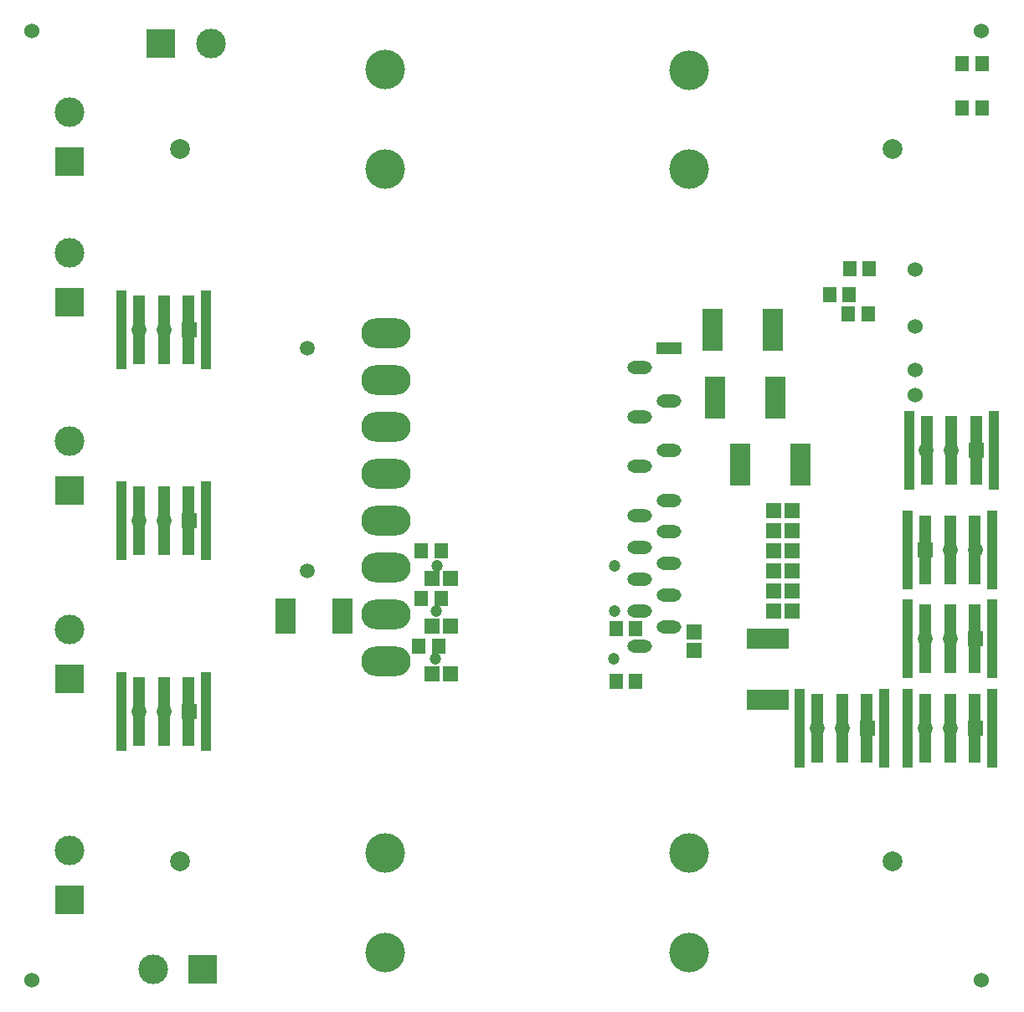
<source format=gbr>
G04 Layer_Color=255*
%FSLAX26Y26*%
%MOIN*%
%TF.FileFunction,Pads,Bot*%
%TF.Part,Single*%
G01*
G75*
%TA.AperFunction,SMDPad,CuDef*%
%ADD10R,0.062992X0.059055*%
%ADD11R,0.059055X0.062992*%
%ADD13R,0.080709X0.171260*%
%ADD15R,0.055118X0.059055*%
%ADD16R,0.078740X0.139764*%
%TA.AperFunction,ComponentPad*%
%ADD28R,0.059055X0.059055*%
%ADD29C,0.059055*%
%TA.AperFunction,WasherPad*%
%ADD30C,0.060000*%
%TA.AperFunction,ViaPad*%
%ADD31C,0.078740*%
%TA.AperFunction,ComponentPad*%
%ADD32C,0.118110*%
%ADD33R,0.118110X0.118110*%
%ADD34C,0.157480*%
%ADD35C,0.047244*%
%ADD36R,0.118110X0.118110*%
%ADD37R,0.098425X0.051181*%
%ADD38O,0.098425X0.051181*%
%ADD39O,0.196850X0.118110*%
%ADD40C,0.060000*%
%TA.AperFunction,ConnectorPad*%
%ADD44R,0.043307X0.314961*%
%ADD45R,0.048819X0.275591*%
%TA.AperFunction,SMDPad,CuDef*%
%ADD46R,0.171260X0.080709*%
%ADD47R,0.043307X0.314961*%
%ADD48R,0.048819X0.275591*%
D10*
X2635000Y-2392126D02*
D03*
Y-2466929D02*
D03*
D11*
X2952598Y-2309527D02*
D03*
X3027401D02*
D03*
X2952598Y-2069527D02*
D03*
X3027401D02*
D03*
X2952598Y-2229527D02*
D03*
X3027401D02*
D03*
X2952598Y-1989527D02*
D03*
X3027401D02*
D03*
X2952598Y-2149527D02*
D03*
X3027401D02*
D03*
X2952598Y-1909527D02*
D03*
X3027401D02*
D03*
X1592598Y-2559527D02*
D03*
X1667401D02*
D03*
X1592598Y-2369527D02*
D03*
X1667401D02*
D03*
X1592598Y-2179527D02*
D03*
X1667401D02*
D03*
D13*
X2951063Y-1189527D02*
D03*
X2708937D02*
D03*
X2961063Y-1459527D02*
D03*
X2718937D02*
D03*
X2818937Y-1724527D02*
D03*
X3061063D02*
D03*
D15*
X1629370Y-2069528D02*
D03*
X1550630D02*
D03*
X2404370Y-2379528D02*
D03*
X2325630D02*
D03*
X1629370Y-2259528D02*
D03*
X1550630D02*
D03*
X1619370Y-2449528D02*
D03*
X1540630D02*
D03*
X2325630Y-2589528D02*
D03*
X2404370D02*
D03*
X3703630Y-127528D02*
D03*
X3782370D02*
D03*
X3703630Y-304527D02*
D03*
X3782370D02*
D03*
X3334370Y-944528D02*
D03*
X3255630D02*
D03*
X3175630Y-1049527D02*
D03*
X3254370D02*
D03*
X3329370Y-1124527D02*
D03*
X3250630D02*
D03*
D16*
X1010811Y-2327528D02*
D03*
X1237189D02*
D03*
D28*
X3761000Y-1669527D02*
D03*
X3555000Y-2064528D02*
D03*
X3754998Y-2419115D02*
D03*
Y-2774528D02*
D03*
X3325000Y-2774528D02*
D03*
X625000Y-2708528D02*
D03*
Y-1949027D02*
D03*
Y-1189527D02*
D03*
D29*
X3661000Y-1669527D02*
D03*
X3561000D02*
D03*
X1095000Y-1261701D02*
D03*
Y-2147528D02*
D03*
X3655000Y-2064528D02*
D03*
X3755000D02*
D03*
X3654998Y-2419115D02*
D03*
X3554998D02*
D03*
X3654998Y-2774528D02*
D03*
X3554998D02*
D03*
X3225000Y-2774528D02*
D03*
X3125000D02*
D03*
X425000Y-2708528D02*
D03*
X525000D02*
D03*
X425000Y-1949027D02*
D03*
X525000D02*
D03*
X425000Y-1189527D02*
D03*
X525000D02*
D03*
D30*
X0Y-3779528D02*
D03*
Y0D02*
D03*
X3779528Y-3779528D02*
D03*
X3779527Y0D02*
D03*
D31*
X590354Y-3304528D02*
D03*
X3425000D02*
D03*
Y-469882D02*
D03*
X590354D02*
D03*
D32*
X711425Y-47528D02*
D03*
X150000Y-882677D02*
D03*
Y-1631890D02*
D03*
Y-2381102D02*
D03*
X483575Y-3734528D02*
D03*
X150000Y-3261102D02*
D03*
Y-321575D02*
D03*
D33*
X514575Y-47528D02*
D03*
X680425Y-3734528D02*
D03*
D34*
X1406000Y-153827D02*
D03*
Y-547528D02*
D03*
X2616000Y-155827D02*
D03*
Y-549528D02*
D03*
Y-3273827D02*
D03*
Y-3667528D02*
D03*
X1406000Y-3273827D02*
D03*
Y-3667528D02*
D03*
D35*
X1611339Y-2129528D02*
D03*
X2320000D02*
D03*
X1610000Y-2309528D02*
D03*
X2318661D02*
D03*
X1607874Y-2499747D02*
D03*
X2316535D02*
D03*
D36*
X150000Y-1079527D02*
D03*
Y-1828740D02*
D03*
Y-2577953D02*
D03*
Y-3457953D02*
D03*
Y-518425D02*
D03*
D37*
X2535992Y-1261086D02*
D03*
D38*
Y-2245338D02*
D03*
X2418000Y-1339827D02*
D03*
X2535992Y-1473685D02*
D03*
X2418000Y-1536677D02*
D03*
X2535992Y-1670535D02*
D03*
X2418000Y-1733527D02*
D03*
X2535992Y-1867386D02*
D03*
X2418000Y-1930378D02*
D03*
X2535992Y-1993370D02*
D03*
X2418000Y-2056362D02*
D03*
X2535992Y-2119354D02*
D03*
X2418000Y-2182347D02*
D03*
Y-2308331D02*
D03*
Y-2450063D02*
D03*
X2535992Y-2371323D02*
D03*
D39*
X1409575Y-1203803D02*
D03*
Y-1390024D02*
D03*
Y-1576244D02*
D03*
Y-1762465D02*
D03*
Y-1948685D02*
D03*
Y-2134905D02*
D03*
Y-2321126D02*
D03*
Y-2507347D02*
D03*
D40*
X3516000Y-950118D02*
D03*
Y-1174527D02*
D03*
Y-1350118D02*
D03*
Y-1450118D02*
D03*
D44*
X3830488Y-1669527D02*
D03*
X3491512D02*
D03*
X3485512Y-2064528D02*
D03*
X3824488D02*
D03*
X3824486Y-2419115D02*
D03*
X3485510D02*
D03*
X3824486Y-2774528D02*
D03*
X3485510D02*
D03*
D45*
X3562575Y-1669527D02*
D03*
X3759425D02*
D03*
X3661000D02*
D03*
X3753425Y-2064528D02*
D03*
X3556575D02*
D03*
X3655000D02*
D03*
X3556573Y-2419115D02*
D03*
X3753423D02*
D03*
X3654998D02*
D03*
X3556573Y-2774528D02*
D03*
X3753423D02*
D03*
X3654998D02*
D03*
D46*
X2930000Y-2660590D02*
D03*
Y-2418465D02*
D03*
D47*
X3394488Y-2774528D02*
D03*
X3055512D02*
D03*
X355512Y-2708528D02*
D03*
X694488D02*
D03*
X355512Y-1949027D02*
D03*
X694488D02*
D03*
X355512Y-1189527D02*
D03*
X694488D02*
D03*
D48*
X3126575Y-2774528D02*
D03*
X3323425D02*
D03*
X3225000D02*
D03*
X525000Y-2708528D02*
D03*
X623425D02*
D03*
X426575D02*
D03*
X525000Y-1949027D02*
D03*
X623425D02*
D03*
X426575D02*
D03*
X525000Y-1189527D02*
D03*
X623425D02*
D03*
X426575D02*
D03*
%TF.MD5,cd470632ef770f064cca610e1c72b3b3*%
M02*

</source>
